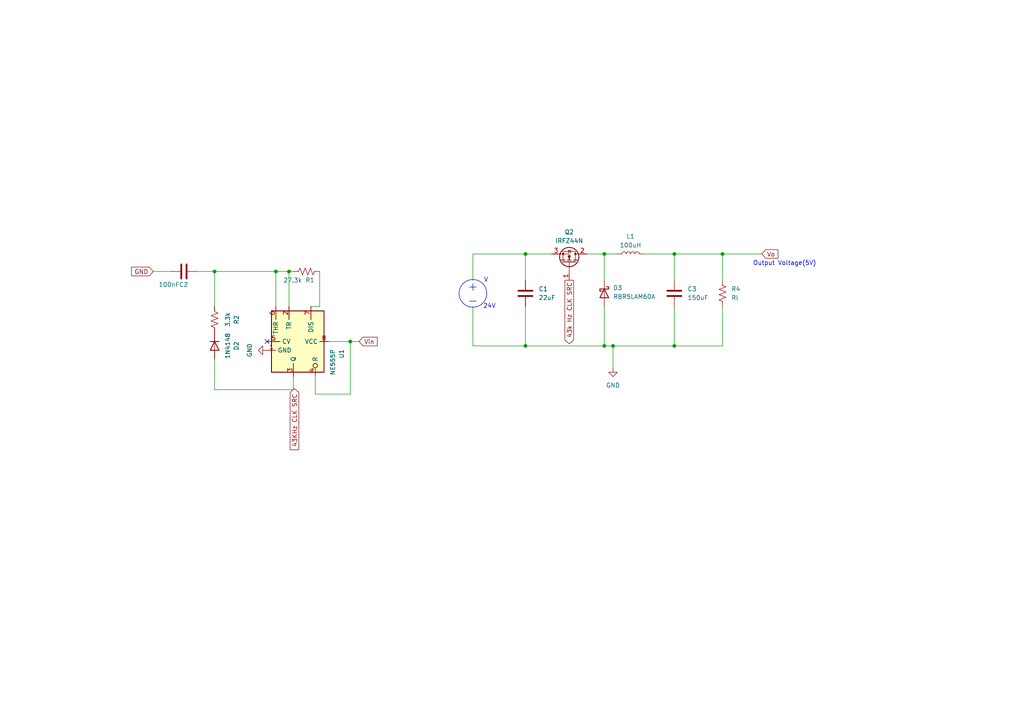
<source format=kicad_sch>
(kicad_sch
	(version 20231120)
	(generator "eeschema")
	(generator_version "8.0")
	(uuid "8eb4c352-3d3a-4c83-8046-a36278f87319")
	(paper "A4")
	(lib_symbols
		(symbol "Device:C"
			(pin_numbers hide)
			(pin_names
				(offset 0.254)
			)
			(exclude_from_sim no)
			(in_bom yes)
			(on_board yes)
			(property "Reference" "C"
				(at 0.635 2.54 0)
				(effects
					(font
						(size 1.27 1.27)
					)
					(justify left)
				)
			)
			(property "Value" "C"
				(at 0.635 -2.54 0)
				(effects
					(font
						(size 1.27 1.27)
					)
					(justify left)
				)
			)
			(property "Footprint" ""
				(at 0.9652 -3.81 0)
				(effects
					(font
						(size 1.27 1.27)
					)
					(hide yes)
				)
			)
			(property "Datasheet" "~"
				(at 0 0 0)
				(effects
					(font
						(size 1.27 1.27)
					)
					(hide yes)
				)
			)
			(property "Description" "Unpolarized capacitor"
				(at 0 0 0)
				(effects
					(font
						(size 1.27 1.27)
					)
					(hide yes)
				)
			)
			(property "ki_keywords" "cap capacitor"
				(at 0 0 0)
				(effects
					(font
						(size 1.27 1.27)
					)
					(hide yes)
				)
			)
			(property "ki_fp_filters" "C_*"
				(at 0 0 0)
				(effects
					(font
						(size 1.27 1.27)
					)
					(hide yes)
				)
			)
			(symbol "C_0_1"
				(polyline
					(pts
						(xy -2.032 -0.762) (xy 2.032 -0.762)
					)
					(stroke
						(width 0.508)
						(type default)
					)
					(fill
						(type none)
					)
				)
				(polyline
					(pts
						(xy -2.032 0.762) (xy 2.032 0.762)
					)
					(stroke
						(width 0.508)
						(type default)
					)
					(fill
						(type none)
					)
				)
			)
			(symbol "C_1_1"
				(pin passive line
					(at 0 3.81 270)
					(length 2.794)
					(name "~"
						(effects
							(font
								(size 1.27 1.27)
							)
						)
					)
					(number "1"
						(effects
							(font
								(size 1.27 1.27)
							)
						)
					)
				)
				(pin passive line
					(at 0 -3.81 90)
					(length 2.794)
					(name "~"
						(effects
							(font
								(size 1.27 1.27)
							)
						)
					)
					(number "2"
						(effects
							(font
								(size 1.27 1.27)
							)
						)
					)
				)
			)
		)
		(symbol "Device:D"
			(pin_numbers hide)
			(pin_names
				(offset 1.016) hide)
			(exclude_from_sim no)
			(in_bom yes)
			(on_board yes)
			(property "Reference" "D"
				(at 0 2.54 0)
				(effects
					(font
						(size 1.27 1.27)
					)
				)
			)
			(property "Value" "D"
				(at 0 -2.54 0)
				(effects
					(font
						(size 1.27 1.27)
					)
				)
			)
			(property "Footprint" ""
				(at 0 0 0)
				(effects
					(font
						(size 1.27 1.27)
					)
					(hide yes)
				)
			)
			(property "Datasheet" "~"
				(at 0 0 0)
				(effects
					(font
						(size 1.27 1.27)
					)
					(hide yes)
				)
			)
			(property "Description" "Diode"
				(at 0 0 0)
				(effects
					(font
						(size 1.27 1.27)
					)
					(hide yes)
				)
			)
			(property "Sim.Device" "D"
				(at 0 0 0)
				(effects
					(font
						(size 1.27 1.27)
					)
					(hide yes)
				)
			)
			(property "Sim.Pins" "1=K 2=A"
				(at 0 0 0)
				(effects
					(font
						(size 1.27 1.27)
					)
					(hide yes)
				)
			)
			(property "ki_keywords" "diode"
				(at 0 0 0)
				(effects
					(font
						(size 1.27 1.27)
					)
					(hide yes)
				)
			)
			(property "ki_fp_filters" "TO-???* *_Diode_* *SingleDiode* D_*"
				(at 0 0 0)
				(effects
					(font
						(size 1.27 1.27)
					)
					(hide yes)
				)
			)
			(symbol "D_0_1"
				(polyline
					(pts
						(xy -1.27 1.27) (xy -1.27 -1.27)
					)
					(stroke
						(width 0.254)
						(type default)
					)
					(fill
						(type none)
					)
				)
				(polyline
					(pts
						(xy 1.27 0) (xy -1.27 0)
					)
					(stroke
						(width 0)
						(type default)
					)
					(fill
						(type none)
					)
				)
				(polyline
					(pts
						(xy 1.27 1.27) (xy 1.27 -1.27) (xy -1.27 0) (xy 1.27 1.27)
					)
					(stroke
						(width 0.254)
						(type default)
					)
					(fill
						(type none)
					)
				)
			)
			(symbol "D_1_1"
				(pin passive line
					(at -3.81 0 0)
					(length 2.54)
					(name "K"
						(effects
							(font
								(size 1.27 1.27)
							)
						)
					)
					(number "1"
						(effects
							(font
								(size 1.27 1.27)
							)
						)
					)
				)
				(pin passive line
					(at 3.81 0 180)
					(length 2.54)
					(name "A"
						(effects
							(font
								(size 1.27 1.27)
							)
						)
					)
					(number "2"
						(effects
							(font
								(size 1.27 1.27)
							)
						)
					)
				)
			)
		)
		(symbol "Device:D_Schottky"
			(pin_numbers hide)
			(pin_names
				(offset 1.016) hide)
			(exclude_from_sim no)
			(in_bom yes)
			(on_board yes)
			(property "Reference" "D"
				(at 0 2.54 0)
				(effects
					(font
						(size 1.27 1.27)
					)
				)
			)
			(property "Value" "D_Schottky"
				(at 0 -2.54 0)
				(effects
					(font
						(size 1.27 1.27)
					)
				)
			)
			(property "Footprint" ""
				(at 0 0 0)
				(effects
					(font
						(size 1.27 1.27)
					)
					(hide yes)
				)
			)
			(property "Datasheet" "~"
				(at 0 0 0)
				(effects
					(font
						(size 1.27 1.27)
					)
					(hide yes)
				)
			)
			(property "Description" "Schottky diode"
				(at 0 0 0)
				(effects
					(font
						(size 1.27 1.27)
					)
					(hide yes)
				)
			)
			(property "ki_keywords" "diode Schottky"
				(at 0 0 0)
				(effects
					(font
						(size 1.27 1.27)
					)
					(hide yes)
				)
			)
			(property "ki_fp_filters" "TO-???* *_Diode_* *SingleDiode* D_*"
				(at 0 0 0)
				(effects
					(font
						(size 1.27 1.27)
					)
					(hide yes)
				)
			)
			(symbol "D_Schottky_0_1"
				(polyline
					(pts
						(xy 1.27 0) (xy -1.27 0)
					)
					(stroke
						(width 0)
						(type default)
					)
					(fill
						(type none)
					)
				)
				(polyline
					(pts
						(xy 1.27 1.27) (xy 1.27 -1.27) (xy -1.27 0) (xy 1.27 1.27)
					)
					(stroke
						(width 0.254)
						(type default)
					)
					(fill
						(type none)
					)
				)
				(polyline
					(pts
						(xy -1.905 0.635) (xy -1.905 1.27) (xy -1.27 1.27) (xy -1.27 -1.27) (xy -0.635 -1.27) (xy -0.635 -0.635)
					)
					(stroke
						(width 0.254)
						(type default)
					)
					(fill
						(type none)
					)
				)
			)
			(symbol "D_Schottky_1_1"
				(pin passive line
					(at -3.81 0 0)
					(length 2.54)
					(name "K"
						(effects
							(font
								(size 1.27 1.27)
							)
						)
					)
					(number "1"
						(effects
							(font
								(size 1.27 1.27)
							)
						)
					)
				)
				(pin passive line
					(at 3.81 0 180)
					(length 2.54)
					(name "A"
						(effects
							(font
								(size 1.27 1.27)
							)
						)
					)
					(number "2"
						(effects
							(font
								(size 1.27 1.27)
							)
						)
					)
				)
			)
		)
		(symbol "Device:L"
			(pin_numbers hide)
			(pin_names
				(offset 1.016) hide)
			(exclude_from_sim no)
			(in_bom yes)
			(on_board yes)
			(property "Reference" "L"
				(at -1.27 0 90)
				(effects
					(font
						(size 1.27 1.27)
					)
				)
			)
			(property "Value" "L"
				(at 1.905 0 90)
				(effects
					(font
						(size 1.27 1.27)
					)
				)
			)
			(property "Footprint" ""
				(at 0 0 0)
				(effects
					(font
						(size 1.27 1.27)
					)
					(hide yes)
				)
			)
			(property "Datasheet" "~"
				(at 0 0 0)
				(effects
					(font
						(size 1.27 1.27)
					)
					(hide yes)
				)
			)
			(property "Description" "Inductor"
				(at 0 0 0)
				(effects
					(font
						(size 1.27 1.27)
					)
					(hide yes)
				)
			)
			(property "ki_keywords" "inductor choke coil reactor magnetic"
				(at 0 0 0)
				(effects
					(font
						(size 1.27 1.27)
					)
					(hide yes)
				)
			)
			(property "ki_fp_filters" "Choke_* *Coil* Inductor_* L_*"
				(at 0 0 0)
				(effects
					(font
						(size 1.27 1.27)
					)
					(hide yes)
				)
			)
			(symbol "L_0_1"
				(arc
					(start 0 -2.54)
					(mid 0.6323 -1.905)
					(end 0 -1.27)
					(stroke
						(width 0)
						(type default)
					)
					(fill
						(type none)
					)
				)
				(arc
					(start 0 -1.27)
					(mid 0.6323 -0.635)
					(end 0 0)
					(stroke
						(width 0)
						(type default)
					)
					(fill
						(type none)
					)
				)
				(arc
					(start 0 0)
					(mid 0.6323 0.635)
					(end 0 1.27)
					(stroke
						(width 0)
						(type default)
					)
					(fill
						(type none)
					)
				)
				(arc
					(start 0 1.27)
					(mid 0.6323 1.905)
					(end 0 2.54)
					(stroke
						(width 0)
						(type default)
					)
					(fill
						(type none)
					)
				)
			)
			(symbol "L_1_1"
				(pin passive line
					(at 0 3.81 270)
					(length 1.27)
					(name "1"
						(effects
							(font
								(size 1.27 1.27)
							)
						)
					)
					(number "1"
						(effects
							(font
								(size 1.27 1.27)
							)
						)
					)
				)
				(pin passive line
					(at 0 -3.81 90)
					(length 1.27)
					(name "2"
						(effects
							(font
								(size 1.27 1.27)
							)
						)
					)
					(number "2"
						(effects
							(font
								(size 1.27 1.27)
							)
						)
					)
				)
			)
		)
		(symbol "Device:R_US"
			(pin_numbers hide)
			(pin_names
				(offset 0)
			)
			(exclude_from_sim no)
			(in_bom yes)
			(on_board yes)
			(property "Reference" "R"
				(at 2.54 0 90)
				(effects
					(font
						(size 1.27 1.27)
					)
				)
			)
			(property "Value" "R_US"
				(at -2.54 0 90)
				(effects
					(font
						(size 1.27 1.27)
					)
				)
			)
			(property "Footprint" ""
				(at 1.016 -0.254 90)
				(effects
					(font
						(size 1.27 1.27)
					)
					(hide yes)
				)
			)
			(property "Datasheet" "~"
				(at 0 0 0)
				(effects
					(font
						(size 1.27 1.27)
					)
					(hide yes)
				)
			)
			(property "Description" "Resistor, US symbol"
				(at 0 0 0)
				(effects
					(font
						(size 1.27 1.27)
					)
					(hide yes)
				)
			)
			(property "ki_keywords" "R res resistor"
				(at 0 0 0)
				(effects
					(font
						(size 1.27 1.27)
					)
					(hide yes)
				)
			)
			(property "ki_fp_filters" "R_*"
				(at 0 0 0)
				(effects
					(font
						(size 1.27 1.27)
					)
					(hide yes)
				)
			)
			(symbol "R_US_0_1"
				(polyline
					(pts
						(xy 0 -2.286) (xy 0 -2.54)
					)
					(stroke
						(width 0)
						(type default)
					)
					(fill
						(type none)
					)
				)
				(polyline
					(pts
						(xy 0 2.286) (xy 0 2.54)
					)
					(stroke
						(width 0)
						(type default)
					)
					(fill
						(type none)
					)
				)
				(polyline
					(pts
						(xy 0 -0.762) (xy 1.016 -1.143) (xy 0 -1.524) (xy -1.016 -1.905) (xy 0 -2.286)
					)
					(stroke
						(width 0)
						(type default)
					)
					(fill
						(type none)
					)
				)
				(polyline
					(pts
						(xy 0 0.762) (xy 1.016 0.381) (xy 0 0) (xy -1.016 -0.381) (xy 0 -0.762)
					)
					(stroke
						(width 0)
						(type default)
					)
					(fill
						(type none)
					)
				)
				(polyline
					(pts
						(xy 0 2.286) (xy 1.016 1.905) (xy 0 1.524) (xy -1.016 1.143) (xy 0 0.762)
					)
					(stroke
						(width 0)
						(type default)
					)
					(fill
						(type none)
					)
				)
			)
			(symbol "R_US_1_1"
				(pin passive line
					(at 0 3.81 270)
					(length 1.27)
					(name "~"
						(effects
							(font
								(size 1.27 1.27)
							)
						)
					)
					(number "1"
						(effects
							(font
								(size 1.27 1.27)
							)
						)
					)
				)
				(pin passive line
					(at 0 -3.81 90)
					(length 1.27)
					(name "~"
						(effects
							(font
								(size 1.27 1.27)
							)
						)
					)
					(number "2"
						(effects
							(font
								(size 1.27 1.27)
							)
						)
					)
				)
			)
		)
		(symbol "Timer:NE555P"
			(exclude_from_sim no)
			(in_bom yes)
			(on_board yes)
			(property "Reference" "U1"
				(at 2.1941 12.7 0)
				(effects
					(font
						(size 1.27 1.27)
					)
					(justify left)
				)
			)
			(property "Value" "NE555P"
				(at 2.1941 10.16 0)
				(effects
					(font
						(size 1.27 1.27)
					)
					(justify left)
				)
			)
			(property "Footprint" "Package_DIP:DIP-8_W7.62mm"
				(at 16.51 -10.16 0)
				(effects
					(font
						(size 1.27 1.27)
					)
					(hide yes)
				)
			)
			(property "Datasheet" "http://www.ti.com/lit/ds/symlink/ne555.pdf"
				(at 21.59 -10.16 0)
				(effects
					(font
						(size 1.27 1.27)
					)
					(hide yes)
				)
			)
			(property "Description" "Precision Timers, 555 compatible,  PDIP-8"
				(at 0.254 -16.002 0)
				(effects
					(font
						(size 1.27 1.27)
					)
					(hide yes)
				)
			)
			(property "ki_keywords" "single timer 555"
				(at 0 0 0)
				(effects
					(font
						(size 1.27 1.27)
					)
					(hide yes)
				)
			)
			(property "ki_fp_filters" "DIP*W7.62mm*"
				(at 0 0 0)
				(effects
					(font
						(size 1.27 1.27)
					)
					(hide yes)
				)
			)
			(symbol "NE555P_0_0"
				(pin power_in line
					(at 2.54 -8.89 90)
					(length 2.54)
					(name "GND"
						(effects
							(font
								(size 1.27 1.27)
							)
						)
					)
					(number "1"
						(effects
							(font
								(size 1.27 1.27)
							)
						)
					)
				)
				(pin power_in line
					(at 0 8.89 270)
					(length 2.54)
					(name "VCC"
						(effects
							(font
								(size 1.27 1.27)
							)
						)
					)
					(number "8"
						(effects
							(font
								(size 1.27 1.27)
							)
						)
					)
				)
			)
			(symbol "NE555P_0_1"
				(rectangle
					(start -8.89 -7.62)
					(end 8.89 7.62)
					(stroke
						(width 0.254)
						(type default)
					)
					(fill
						(type background)
					)
				)
				(rectangle
					(start -8.89 -7.62)
					(end 8.89 7.62)
					(stroke
						(width 0.254)
						(type default)
					)
					(fill
						(type background)
					)
				)
			)
			(symbol "NE555P_1_1"
				(pin input line
					(at -10.16 -2.54 0)
					(length 3.81)
					(name "TR"
						(effects
							(font
								(size 1.27 1.27)
							)
						)
					)
					(number "2"
						(effects
							(font
								(size 1.27 1.27)
							)
						)
					)
				)
				(pin output line
					(at 10.16 -1.27 180)
					(length 3.81)
					(name "Q"
						(effects
							(font
								(size 1.27 1.27)
							)
						)
					)
					(number "3"
						(effects
							(font
								(size 1.27 1.27)
							)
						)
					)
				)
				(pin input inverted
					(at 10.16 5.08 180)
					(length 3.81)
					(name "R"
						(effects
							(font
								(size 1.27 1.27)
							)
						)
					)
					(number "4"
						(effects
							(font
								(size 1.27 1.27)
							)
						)
					)
				)
				(pin input line
					(at 0 -8.89 90)
					(length 3.81)
					(name "CV"
						(effects
							(font
								(size 1.27 1.27)
							)
						)
					)
					(number "5"
						(effects
							(font
								(size 1.27 1.27)
							)
						)
					)
				)
				(pin input line
					(at -10.16 -6.35 0)
					(length 3.81)
					(name "THR"
						(effects
							(font
								(size 1.27 1.27)
							)
						)
					)
					(number "6"
						(effects
							(font
								(size 1.27 1.27)
							)
						)
					)
				)
				(pin input line
					(at -10.16 3.81 0)
					(length 3.81)
					(name "DIS"
						(effects
							(font
								(size 1.27 1.27)
							)
						)
					)
					(number "7"
						(effects
							(font
								(size 1.27 1.27)
							)
						)
					)
				)
			)
		)
		(symbol "Transistor_FET:IRF540N"
			(pin_names hide)
			(exclude_from_sim no)
			(in_bom yes)
			(on_board yes)
			(property "Reference" "Q"
				(at 5.08 1.905 0)
				(effects
					(font
						(size 1.27 1.27)
					)
					(justify left)
				)
			)
			(property "Value" "IRF540N"
				(at 5.08 0 0)
				(effects
					(font
						(size 1.27 1.27)
					)
					(justify left)
				)
			)
			(property "Footprint" "Package_TO_SOT_THT:TO-220-3_Vertical"
				(at 5.08 -1.905 0)
				(effects
					(font
						(size 1.27 1.27)
						(italic yes)
					)
					(justify left)
					(hide yes)
				)
			)
			(property "Datasheet" "http://www.irf.com/product-info/datasheets/data/irf540n.pdf"
				(at 5.08 -3.81 0)
				(effects
					(font
						(size 1.27 1.27)
					)
					(justify left)
					(hide yes)
				)
			)
			(property "Description" "33A Id, 100V Vds, HEXFET N-Channel MOSFET, TO-220"
				(at 0 0 0)
				(effects
					(font
						(size 1.27 1.27)
					)
					(hide yes)
				)
			)
			(property "ki_keywords" "HEXFET N-Channel MOSFET"
				(at 0 0 0)
				(effects
					(font
						(size 1.27 1.27)
					)
					(hide yes)
				)
			)
			(property "ki_fp_filters" "TO?220*"
				(at 0 0 0)
				(effects
					(font
						(size 1.27 1.27)
					)
					(hide yes)
				)
			)
			(symbol "IRF540N_0_1"
				(polyline
					(pts
						(xy 0.254 0) (xy -2.54 0)
					)
					(stroke
						(width 0)
						(type default)
					)
					(fill
						(type none)
					)
				)
				(polyline
					(pts
						(xy 0.254 1.905) (xy 0.254 -1.905)
					)
					(stroke
						(width 0.254)
						(type default)
					)
					(fill
						(type none)
					)
				)
				(polyline
					(pts
						(xy 0.762 -1.27) (xy 0.762 -2.286)
					)
					(stroke
						(width 0.254)
						(type default)
					)
					(fill
						(type none)
					)
				)
				(polyline
					(pts
						(xy 0.762 0.508) (xy 0.762 -0.508)
					)
					(stroke
						(width 0.254)
						(type default)
					)
					(fill
						(type none)
					)
				)
				(polyline
					(pts
						(xy 0.762 2.286) (xy 0.762 1.27)
					)
					(stroke
						(width 0.254)
						(type default)
					)
					(fill
						(type none)
					)
				)
				(polyline
					(pts
						(xy 2.54 2.54) (xy 2.54 1.778)
					)
					(stroke
						(width 0)
						(type default)
					)
					(fill
						(type none)
					)
				)
				(polyline
					(pts
						(xy 2.54 -2.54) (xy 2.54 0) (xy 0.762 0)
					)
					(stroke
						(width 0)
						(type default)
					)
					(fill
						(type none)
					)
				)
				(polyline
					(pts
						(xy 0.762 -1.778) (xy 3.302 -1.778) (xy 3.302 1.778) (xy 0.762 1.778)
					)
					(stroke
						(width 0)
						(type default)
					)
					(fill
						(type none)
					)
				)
				(polyline
					(pts
						(xy 1.016 0) (xy 2.032 0.381) (xy 2.032 -0.381) (xy 1.016 0)
					)
					(stroke
						(width 0)
						(type default)
					)
					(fill
						(type outline)
					)
				)
				(polyline
					(pts
						(xy 2.794 0.508) (xy 2.921 0.381) (xy 3.683 0.381) (xy 3.81 0.254)
					)
					(stroke
						(width 0)
						(type default)
					)
					(fill
						(type none)
					)
				)
				(polyline
					(pts
						(xy 3.302 0.381) (xy 2.921 -0.254) (xy 3.683 -0.254) (xy 3.302 0.381)
					)
					(stroke
						(width 0)
						(type default)
					)
					(fill
						(type none)
					)
				)
				(circle
					(center 1.651 0)
					(radius 2.794)
					(stroke
						(width 0.254)
						(type default)
					)
					(fill
						(type none)
					)
				)
				(circle
					(center 2.54 -1.778)
					(radius 0.254)
					(stroke
						(width 0)
						(type default)
					)
					(fill
						(type outline)
					)
				)
				(circle
					(center 2.54 1.778)
					(radius 0.254)
					(stroke
						(width 0)
						(type default)
					)
					(fill
						(type outline)
					)
				)
			)
			(symbol "IRF540N_1_1"
				(pin input line
					(at -5.08 0 0)
					(length 2.54)
					(name "G"
						(effects
							(font
								(size 1.27 1.27)
							)
						)
					)
					(number "1"
						(effects
							(font
								(size 1.27 1.27)
							)
						)
					)
				)
				(pin passive line
					(at 2.54 5.08 270)
					(length 2.54)
					(name "D"
						(effects
							(font
								(size 1.27 1.27)
							)
						)
					)
					(number "2"
						(effects
							(font
								(size 1.27 1.27)
							)
						)
					)
				)
				(pin passive line
					(at 2.54 -5.08 90)
					(length 2.54)
					(name "S"
						(effects
							(font
								(size 1.27 1.27)
							)
						)
					)
					(number "3"
						(effects
							(font
								(size 1.27 1.27)
							)
						)
					)
				)
			)
		)
		(symbol "power:GND"
			(power)
			(pin_numbers hide)
			(pin_names
				(offset 0) hide)
			(exclude_from_sim no)
			(in_bom yes)
			(on_board yes)
			(property "Reference" "#PWR"
				(at 0 -6.35 0)
				(effects
					(font
						(size 1.27 1.27)
					)
					(hide yes)
				)
			)
			(property "Value" "GND"
				(at 0 -3.81 0)
				(effects
					(font
						(size 1.27 1.27)
					)
				)
			)
			(property "Footprint" ""
				(at 0 0 0)
				(effects
					(font
						(size 1.27 1.27)
					)
					(hide yes)
				)
			)
			(property "Datasheet" ""
				(at 0 0 0)
				(effects
					(font
						(size 1.27 1.27)
					)
					(hide yes)
				)
			)
			(property "Description" "Power symbol creates a global label with name \"GND\" , ground"
				(at 0 0 0)
				(effects
					(font
						(size 1.27 1.27)
					)
					(hide yes)
				)
			)
			(property "ki_keywords" "global power"
				(at 0 0 0)
				(effects
					(font
						(size 1.27 1.27)
					)
					(hide yes)
				)
			)
			(symbol "GND_0_1"
				(polyline
					(pts
						(xy 0 0) (xy 0 -1.27) (xy 1.27 -1.27) (xy 0 -2.54) (xy -1.27 -1.27) (xy 0 -1.27)
					)
					(stroke
						(width 0)
						(type default)
					)
					(fill
						(type none)
					)
				)
			)
			(symbol "GND_1_1"
				(pin power_in line
					(at 0 0 270)
					(length 0)
					(name "~"
						(effects
							(font
								(size 1.27 1.27)
							)
						)
					)
					(number "1"
						(effects
							(font
								(size 1.27 1.27)
							)
						)
					)
				)
			)
		)
	)
	(junction
		(at 80.01 78.74)
		(diameter 0)
		(color 0 0 0 0)
		(uuid "069de232-7776-4e7e-b3a1-3310b0e1a4a4")
	)
	(junction
		(at 195.58 100.33)
		(diameter 0)
		(color 0 0 0 0)
		(uuid "126bf960-b976-4739-a61d-e4d0f9faf3fb")
	)
	(junction
		(at 152.4 73.66)
		(diameter 0)
		(color 0 0 0 0)
		(uuid "3594f005-9bff-4493-bfdf-e450f5d13d01")
	)
	(junction
		(at 62.23 78.74)
		(diameter 0)
		(color 0 0 0 0)
		(uuid "38deb270-600f-40a6-b54e-00701cf37a6e")
	)
	(junction
		(at 101.6 99.06)
		(diameter 0)
		(color 0 0 0 0)
		(uuid "442d04ea-35ae-4066-b82d-5175db1aba97")
	)
	(junction
		(at 195.58 73.66)
		(diameter 0)
		(color 0 0 0 0)
		(uuid "5b9d07c5-2204-4e55-a854-47bfe5ecec8f")
	)
	(junction
		(at 83.82 78.74)
		(diameter 0)
		(color 0 0 0 0)
		(uuid "66258af4-cb30-4003-a7dc-73b6bdc8cb0a")
	)
	(junction
		(at 177.8 100.33)
		(diameter 0)
		(color 0 0 0 0)
		(uuid "825a1028-ed0a-49f4-b8bc-ceeab7b8b0c9")
	)
	(junction
		(at 175.26 100.33)
		(diameter 0)
		(color 0 0 0 0)
		(uuid "8904b233-613f-42d3-ac8f-32f1b1b3be92")
	)
	(junction
		(at 152.4 100.33)
		(diameter 0)
		(color 0 0 0 0)
		(uuid "94bc14c0-481f-4370-883a-ef3525d0e509")
	)
	(junction
		(at 209.55 73.66)
		(diameter 0)
		(color 0 0 0 0)
		(uuid "a91f340a-d393-4ff7-b65b-36bc477acc7c")
	)
	(junction
		(at 175.26 73.66)
		(diameter 0)
		(color 0 0 0 0)
		(uuid "ce5c7721-df87-41b7-a750-bca8bc3a8938")
	)
	(no_connect
		(at 77.47 99.06)
		(uuid "3dcc9c56-1531-4268-81b7-c316d5594962")
	)
	(wire
		(pts
			(xy 175.26 73.66) (xy 179.07 73.66)
		)
		(stroke
			(width 0)
			(type default)
		)
		(uuid "04946d4c-2648-42e5-863a-4c8924a8396c")
	)
	(wire
		(pts
			(xy 195.58 73.66) (xy 186.69 73.66)
		)
		(stroke
			(width 0)
			(type default)
		)
		(uuid "0871da09-c402-467e-b61a-5118b40c8196")
	)
	(wire
		(pts
			(xy 209.55 81.28) (xy 209.55 73.66)
		)
		(stroke
			(width 0)
			(type default)
		)
		(uuid "19be5f87-cac1-46ec-91dc-10a52c5860ba")
	)
	(wire
		(pts
			(xy 175.26 100.33) (xy 177.8 100.33)
		)
		(stroke
			(width 0)
			(type default)
		)
		(uuid "1b06cbe7-4f20-4e08-9e51-db3dc4763f63")
	)
	(wire
		(pts
			(xy 91.44 114.3) (xy 91.44 109.22)
		)
		(stroke
			(width 0)
			(type default)
		)
		(uuid "1b95cd6e-8a52-45cd-bd90-e286d9c66390")
	)
	(wire
		(pts
			(xy 152.4 73.66) (xy 160.02 73.66)
		)
		(stroke
			(width 0)
			(type default)
		)
		(uuid "1d035214-44a6-47a2-adf4-41ba423cb309")
	)
	(wire
		(pts
			(xy 195.58 73.66) (xy 195.58 81.28)
		)
		(stroke
			(width 0)
			(type default)
		)
		(uuid "20048eca-efdf-4dfd-ae14-9450c5bd1c01")
	)
	(wire
		(pts
			(xy 175.26 88.9) (xy 175.26 100.33)
		)
		(stroke
			(width 0)
			(type default)
		)
		(uuid "222fe75b-07a9-4901-a4b7-2e8e7f54a33e")
	)
	(wire
		(pts
			(xy 92.71 78.74) (xy 92.71 88.9)
		)
		(stroke
			(width 0)
			(type default)
		)
		(uuid "2379746b-963e-406b-8e26-0b6142221c95")
	)
	(wire
		(pts
			(xy 177.8 100.33) (xy 195.58 100.33)
		)
		(stroke
			(width 0)
			(type default)
		)
		(uuid "261020e2-b876-449a-b449-8e40434ddd74")
	)
	(wire
		(pts
			(xy 137.16 100.33) (xy 152.4 100.33)
		)
		(stroke
			(width 0)
			(type default)
		)
		(uuid "2b64cb59-0812-4f6a-8eea-7c586f5978b3")
	)
	(wire
		(pts
			(xy 152.4 100.33) (xy 175.26 100.33)
		)
		(stroke
			(width 0)
			(type default)
		)
		(uuid "3ca5d679-ce08-47bd-87c2-14c5d4ce59a4")
	)
	(wire
		(pts
			(xy 104.14 99.06) (xy 101.6 99.06)
		)
		(stroke
			(width 0)
			(type default)
		)
		(uuid "54315e4a-18c6-42eb-8bd3-9259fabecf17")
	)
	(wire
		(pts
			(xy 209.55 73.66) (xy 220.98 73.66)
		)
		(stroke
			(width 0)
			(type default)
		)
		(uuid "5500db89-e09c-467e-a6f7-4a0032b8db42")
	)
	(wire
		(pts
			(xy 209.55 100.33) (xy 209.55 88.9)
		)
		(stroke
			(width 0)
			(type default)
		)
		(uuid "569dd7a0-b5d9-47d0-b22b-aa1e713f833d")
	)
	(wire
		(pts
			(xy 209.55 73.66) (xy 195.58 73.66)
		)
		(stroke
			(width 0)
			(type default)
		)
		(uuid "5716b607-d912-48dc-9407-41c541064b97")
	)
	(wire
		(pts
			(xy 101.6 99.06) (xy 101.6 114.3)
		)
		(stroke
			(width 0)
			(type default)
		)
		(uuid "5b993778-15f6-4489-948a-0ef6e1f26237")
	)
	(wire
		(pts
			(xy 85.09 109.22) (xy 85.09 113.03)
		)
		(stroke
			(width 0)
			(type default)
		)
		(uuid "6531afb9-5a78-4516-ac0b-dc3c617e6251")
	)
	(wire
		(pts
			(xy 152.4 73.66) (xy 152.4 81.28)
		)
		(stroke
			(width 0)
			(type default)
		)
		(uuid "6f65e706-0d0e-4ee1-810d-63697e4af059")
	)
	(wire
		(pts
			(xy 137.16 73.66) (xy 137.16 81.28)
		)
		(stroke
			(width 0)
			(type default)
		)
		(uuid "72f204bd-c0bc-45be-ac57-298638d2c4cb")
	)
	(wire
		(pts
			(xy 85.09 78.74) (xy 83.82 78.74)
		)
		(stroke
			(width 0)
			(type default)
		)
		(uuid "77f2f1a2-ac17-4551-bb90-d4750feeef8a")
	)
	(wire
		(pts
			(xy 80.01 78.74) (xy 80.01 88.9)
		)
		(stroke
			(width 0)
			(type default)
		)
		(uuid "80e7bb1c-3eaf-4e28-ad14-42ad01344a49")
	)
	(wire
		(pts
			(xy 195.58 100.33) (xy 209.55 100.33)
		)
		(stroke
			(width 0)
			(type default)
		)
		(uuid "8188e0b6-c6a8-47fb-9f1a-96680f7cbaa8")
	)
	(wire
		(pts
			(xy 83.82 78.74) (xy 83.82 88.9)
		)
		(stroke
			(width 0)
			(type default)
		)
		(uuid "84ae369e-0bc2-471d-8ec1-370a130d5adb")
	)
	(wire
		(pts
			(xy 62.23 78.74) (xy 80.01 78.74)
		)
		(stroke
			(width 0)
			(type default)
		)
		(uuid "99b869ae-3d9b-44f4-9617-54efc4adf38e")
	)
	(wire
		(pts
			(xy 101.6 114.3) (xy 91.44 114.3)
		)
		(stroke
			(width 0)
			(type default)
		)
		(uuid "a296800e-7617-4dcb-97eb-2a66c0d76be8")
	)
	(wire
		(pts
			(xy 62.23 78.74) (xy 57.15 78.74)
		)
		(stroke
			(width 0)
			(type default)
		)
		(uuid "a7551b11-e5ea-4bff-b6f0-9a9060734431")
	)
	(wire
		(pts
			(xy 137.16 88.9) (xy 137.16 100.33)
		)
		(stroke
			(width 0)
			(type default)
		)
		(uuid "aca5be56-6cc1-49c9-9a9b-23b563dedd2d")
	)
	(wire
		(pts
			(xy 92.71 88.9) (xy 90.17 88.9)
		)
		(stroke
			(width 0)
			(type default)
		)
		(uuid "b2aa655b-5e35-4a9a-8aa8-0465679f8337")
	)
	(wire
		(pts
			(xy 85.09 113.03) (xy 62.23 113.03)
		)
		(stroke
			(width 0)
			(type default)
		)
		(uuid "cc77ae3e-0ce8-4c7c-9483-1d2c2dab1310")
	)
	(wire
		(pts
			(xy 83.82 78.74) (xy 80.01 78.74)
		)
		(stroke
			(width 0)
			(type default)
		)
		(uuid "ccafb9e2-a042-44b6-88a3-b230c23d2a64")
	)
	(wire
		(pts
			(xy 152.4 88.9) (xy 152.4 100.33)
		)
		(stroke
			(width 0)
			(type default)
		)
		(uuid "d71e4eaa-165b-461b-b715-930574b0d325")
	)
	(wire
		(pts
			(xy 49.53 78.74) (xy 44.45 78.74)
		)
		(stroke
			(width 0)
			(type default)
		)
		(uuid "d8633d76-129c-4781-a897-66c86d6ba086")
	)
	(wire
		(pts
			(xy 177.8 100.33) (xy 177.8 106.68)
		)
		(stroke
			(width 0)
			(type default)
		)
		(uuid "da1a340c-750d-474f-87f8-afb611d3e694")
	)
	(wire
		(pts
			(xy 170.18 73.66) (xy 175.26 73.66)
		)
		(stroke
			(width 0)
			(type default)
		)
		(uuid "dc40f836-4e24-4255-b047-c7fef0794383")
	)
	(wire
		(pts
			(xy 101.6 99.06) (xy 95.25 99.06)
		)
		(stroke
			(width 0)
			(type default)
		)
		(uuid "e5cee577-d4b2-4f8e-a2f7-3801265d5678")
	)
	(wire
		(pts
			(xy 195.58 88.9) (xy 195.58 100.33)
		)
		(stroke
			(width 0)
			(type default)
		)
		(uuid "eba965c3-f185-41fd-959d-e738f64570c5")
	)
	(wire
		(pts
			(xy 175.26 73.66) (xy 175.26 81.28)
		)
		(stroke
			(width 0)
			(type default)
		)
		(uuid "f46fedda-884d-4bb2-9261-fc1187c24b75")
	)
	(wire
		(pts
			(xy 62.23 113.03) (xy 62.23 104.14)
		)
		(stroke
			(width 0)
			(type default)
		)
		(uuid "fc1ded10-67ce-4123-9ece-85d22d6cde21")
	)
	(wire
		(pts
			(xy 137.16 73.66) (xy 152.4 73.66)
		)
		(stroke
			(width 0)
			(type default)
		)
		(uuid "fc8c171a-bb43-4a64-bdbc-8d9aee9b1bfb")
	)
	(wire
		(pts
			(xy 62.23 88.9) (xy 62.23 78.74)
		)
		(stroke
			(width 0)
			(type default)
		)
		(uuid "fd02cc46-f7e9-4afd-9508-ddba70f672cd")
	)
	(circle
		(center 137.16 85.09)
		(radius 4.0161)
		(stroke
			(width 0)
			(type default)
		)
		(fill
			(type none)
		)
		(uuid fbc166de-c3b7-4e05-a1eb-659ad7397b27)
	)
	(text "V"
		(exclude_from_sim no)
		(at 140.97 81.28 0)
		(effects
			(font
				(size 1.27 1.27)
			)
		)
		(uuid "22ba8f66-2d51-4aa7-9234-138443885427")
	)
	(text "24V"
		(exclude_from_sim no)
		(at 141.986 88.9 0)
		(effects
			(font
				(size 1.27 1.27)
			)
		)
		(uuid "8ee1940a-c601-458d-8187-c20f0d2aadff")
	)
	(text "Output Voltage(5V)"
		(exclude_from_sim no)
		(at 227.584 76.454 0)
		(effects
			(font
				(size 1.27 1.27)
			)
		)
		(uuid "cf217e76-10de-4cad-b35c-fc185156b6f0")
	)
	(text "+\n-"
		(exclude_from_sim no)
		(at 137.16 85.344 0)
		(effects
			(font
				(size 2.54 2.54)
			)
		)
		(uuid "de782f47-9bd3-462f-bb26-fd67a9fab3d7")
	)
	(global_label "Vin"
		(shape input)
		(at 104.14 99.06 0)
		(fields_autoplaced yes)
		(effects
			(font
				(size 1.27 1.27)
			)
			(justify left)
		)
		(uuid "6e536165-fbc8-4471-a690-93366ffa5191")
		(property "Intersheetrefs" "${INTERSHEET_REFS}"
			(at 109.9676 99.06 0)
			(effects
				(font
					(size 1.27 1.27)
				)
				(justify left)
				(hide yes)
			)
		)
	)
	(global_label "43KHz CLK SRC"
		(shape input)
		(at 85.4075 112.7125 270)
		(fields_autoplaced yes)
		(effects
			(font
				(size 1.27 1.27)
			)
			(justify right)
		)
		(uuid "7287ffc7-6465-486d-8357-ec67285d6c16")
		(property "Intersheetrefs" "${INTERSHEET_REFS}"
			(at 85.4075 130.9981 90)
			(effects
				(font
					(size 1.27 1.27)
				)
				(justify right)
				(hide yes)
			)
		)
	)
	(global_label "GND"
		(shape input)
		(at 44.45 78.74 180)
		(fields_autoplaced yes)
		(effects
			(font
				(size 1.27 1.27)
			)
			(justify right)
		)
		(uuid "8287aac2-11d6-4d7c-bbb0-d7ff575374d3")
		(property "Intersheetrefs" "${INTERSHEET_REFS}"
			(at 37.5943 78.74 0)
			(effects
				(font
					(size 1.27 1.27)
				)
				(justify right)
				(hide yes)
			)
		)
	)
	(global_label "43k Hz CLK SRC"
		(shape output)
		(at 165.1 81.28 270)
		(fields_autoplaced yes)
		(effects
			(font
				(size 1.27 1.27)
			)
			(justify right)
		)
		(uuid "8edb50ae-6823-425f-a8f7-e40b2e0a664b")
		(property "Intersheetrefs" "${INTERSHEET_REFS}"
			(at 165.1 100.2913 90)
			(effects
				(font
					(size 1.27 1.27)
				)
				(justify right)
				(hide yes)
			)
		)
	)
	(global_label "Vo"
		(shape input)
		(at 220.98 73.66 0)
		(fields_autoplaced yes)
		(effects
			(font
				(size 1.27 1.27)
			)
			(justify left)
		)
		(uuid "a5bb7a92-2295-4131-946e-073ad80ac5a5")
		(property "Intersheetrefs" "${INTERSHEET_REFS}"
			(at 226.2028 73.66 0)
			(effects
				(font
					(size 1.27 1.27)
				)
				(justify left)
				(hide yes)
			)
		)
	)
	(symbol
		(lib_id "Device:R_US")
		(at 62.23 92.71 180)
		(unit 1)
		(exclude_from_sim no)
		(in_bom yes)
		(on_board yes)
		(dnp no)
		(fields_autoplaced yes)
		(uuid "11933b62-9b98-4814-acff-bf89a9dfbb74")
		(property "Reference" "R2"
			(at 68.58 92.71 90)
			(effects
				(font
					(size 1.27 1.27)
				)
			)
		)
		(property "Value" "3.3k"
			(at 66.04 92.71 90)
			(effects
				(font
					(size 1.27 1.27)
				)
			)
		)
		(property "Footprint" "Resistor_SMD:R_1206_3216Metric_Pad1.30x1.75mm_HandSolder"
			(at 61.214 92.456 90)
			(effects
				(font
					(size 1.27 1.27)
				)
				(hide yes)
			)
		)
		(property "Datasheet" "~"
			(at 62.23 92.71 0)
			(effects
				(font
					(size 1.27 1.27)
				)
				(hide yes)
			)
		)
		(property "Description" "Resistor, US symbol"
			(at 62.23 92.71 0)
			(effects
				(font
					(size 1.27 1.27)
				)
				(hide yes)
			)
		)
		(property "Sim.Type" ""
			(at 62.23 92.71 0)
			(effects
				(font
					(size 1.27 1.27)
				)
				(hide yes)
			)
		)
		(pin "2"
			(uuid "d3a3ad64-4544-4242-b705-c621a153b682")
		)
		(pin "1"
			(uuid "d0cf84b3-913c-42d9-8df4-ea2806c9d2d3")
		)
		(instances
			(project ""
				(path "/8eb4c352-3d3a-4c83-8046-a36278f87319"
					(reference "R2")
					(unit 1)
				)
			)
		)
	)
	(symbol
		(lib_id "Device:D")
		(at 62.23 100.33 270)
		(unit 1)
		(exclude_from_sim no)
		(in_bom yes)
		(on_board yes)
		(dnp no)
		(fields_autoplaced yes)
		(uuid "177b475d-282c-4c01-ac89-ed4ea4c74981")
		(property "Reference" "D2"
			(at 68.58 100.33 0)
			(effects
				(font
					(size 1.27 1.27)
				)
			)
		)
		(property "Value" "1N4148"
			(at 66.04 100.33 0)
			(effects
				(font
					(size 1.27 1.27)
				)
			)
		)
		(property "Footprint" "Diode_SMD:D_1206_3216Metric_Pad1.42x1.75mm_HandSolder"
			(at 62.23 100.33 0)
			(effects
				(font
					(size 1.27 1.27)
				)
				(hide yes)
			)
		)
		(property "Datasheet" "~"
			(at 62.23 100.33 0)
			(effects
				(font
					(size 1.27 1.27)
				)
				(hide yes)
			)
		)
		(property "Description" "Diode"
			(at 62.23 100.33 0)
			(effects
				(font
					(size 1.27 1.27)
				)
				(hide yes)
			)
		)
		(property "Sim.Device" "D"
			(at 62.23 100.33 0)
			(effects
				(font
					(size 1.27 1.27)
				)
				(hide yes)
			)
		)
		(property "Sim.Pins" "1=K 2=A"
			(at 62.23 100.33 0)
			(effects
				(font
					(size 1.27 1.27)
				)
				(hide yes)
			)
		)
		(property "Sim.Type" ""
			(at 62.23 100.33 0)
			(effects
				(font
					(size 1.27 1.27)
				)
				(hide yes)
			)
		)
		(pin "1"
			(uuid "78c88995-2ff4-4b4f-ae57-701e6c4094a4")
		)
		(pin "2"
			(uuid "1627f9b2-7f22-4a2c-87f5-1a29341339e3")
		)
		(instances
			(project "en_core"
				(path "/8eb4c352-3d3a-4c83-8046-a36278f87319"
					(reference "D2")
					(unit 1)
				)
			)
		)
	)
	(symbol
		(lib_id "Device:C")
		(at 53.34 78.74 270)
		(unit 1)
		(exclude_from_sim no)
		(in_bom yes)
		(on_board yes)
		(dnp no)
		(uuid "20c3a4c6-bb92-4a21-bbcc-e057340de557")
		(property "Reference" "C2"
			(at 54.6101 82.55 90)
			(effects
				(font
					(size 1.27 1.27)
				)
				(justify right)
			)
		)
		(property "Value" "100nF"
			(at 52.0701 82.55 90)
			(effects
				(font
					(size 1.27 1.27)
				)
				(justify right)
			)
		)
		(property "Footprint" "Capacitor_SMD:C_1210_3225Metric_Pad1.33x2.70mm_HandSolder"
			(at 49.53 79.7052 0)
			(effects
				(font
					(size 1.27 1.27)
				)
				(hide yes)
			)
		)
		(property "Datasheet" "~"
			(at 53.34 78.74 0)
			(effects
				(font
					(size 1.27 1.27)
				)
				(hide yes)
			)
		)
		(property "Description" "Unpolarized capacitor"
			(at 53.34 78.74 0)
			(effects
				(font
					(size 1.27 1.27)
				)
				(hide yes)
			)
		)
		(property "Sim.Type" ""
			(at 53.34 78.74 0)
			(effects
				(font
					(size 1.27 1.27)
				)
				(hide yes)
			)
		)
		(pin "2"
			(uuid "2ff3561a-68a4-4d15-97ef-a91438a78120")
		)
		(pin "1"
			(uuid "8d97c2d4-8e99-4a9d-80b9-3c0a91217895")
		)
		(instances
			(project "en_core"
				(path "/8eb4c352-3d3a-4c83-8046-a36278f87319"
					(reference "C2")
					(unit 1)
				)
			)
		)
	)
	(symbol
		(lib_id "Device:R_US")
		(at 209.55 85.09 0)
		(unit 1)
		(exclude_from_sim no)
		(in_bom yes)
		(on_board yes)
		(dnp no)
		(fields_autoplaced yes)
		(uuid "219fd400-7872-4325-b154-43a9de2a091c")
		(property "Reference" "R4"
			(at 212.09 83.8199 0)
			(effects
				(font
					(size 1.27 1.27)
				)
				(justify left)
			)
		)
		(property "Value" "Rl"
			(at 212.09 86.3599 0)
			(effects
				(font
					(size 1.27 1.27)
				)
				(justify left)
			)
		)
		(property "Footprint" "Resistor_SMD:R_1206_3216Metric_Pad1.30x1.75mm_HandSolder"
			(at 210.566 85.344 90)
			(effects
				(font
					(size 1.27 1.27)
				)
				(hide yes)
			)
		)
		(property "Datasheet" "~"
			(at 209.55 85.09 0)
			(effects
				(font
					(size 1.27 1.27)
				)
				(hide yes)
			)
		)
		(property "Description" "Resistor, US symbol"
			(at 209.55 85.09 0)
			(effects
				(font
					(size 1.27 1.27)
				)
				(hide yes)
			)
		)
		(property "Sim.Type" ""
			(at 209.55 85.09 0)
			(effects
				(font
					(size 1.27 1.27)
				)
				(hide yes)
			)
		)
		(pin "1"
			(uuid "a2a7329b-6f1d-4759-b910-ae6daf789fec")
		)
		(pin "2"
			(uuid "b429e847-81cc-4375-a4ed-3febc432aa20")
		)
		(instances
			(project "en_core"
				(path "/8eb4c352-3d3a-4c83-8046-a36278f87319"
					(reference "R4")
					(unit 1)
				)
			)
		)
	)
	(symbol
		(lib_id "power:GND")
		(at 177.8 106.68 0)
		(unit 1)
		(exclude_from_sim no)
		(in_bom yes)
		(on_board yes)
		(dnp no)
		(fields_autoplaced yes)
		(uuid "2cb08f67-5489-42d4-9f9a-972535288f58")
		(property "Reference" "#PWR01"
			(at 177.8 113.03 0)
			(effects
				(font
					(size 1.27 1.27)
				)
				(hide yes)
			)
		)
		(property "Value" "GND"
			(at 177.8 111.76 0)
			(effects
				(font
					(size 1.27 1.27)
				)
			)
		)
		(property "Footprint" ""
			(at 177.8 106.68 0)
			(effects
				(font
					(size 1.27 1.27)
				)
				(hide yes)
			)
		)
		(property "Datasheet" ""
			(at 177.8 106.68 0)
			(effects
				(font
					(size 1.27 1.27)
				)
				(hide yes)
			)
		)
		(property "Description" "Power symbol creates a global label with name \"GND\" , ground"
			(at 177.8 106.68 0)
			(effects
				(font
					(size 1.27 1.27)
				)
				(hide yes)
			)
		)
		(pin "1"
			(uuid "771390e2-0b14-463f-8a00-059f65378880")
		)
		(instances
			(project ""
				(path "/8eb4c352-3d3a-4c83-8046-a36278f87319"
					(reference "#PWR01")
					(unit 1)
				)
			)
		)
	)
	(symbol
		(lib_id "Device:C")
		(at 195.58 85.09 0)
		(unit 1)
		(exclude_from_sim no)
		(in_bom yes)
		(on_board yes)
		(dnp no)
		(uuid "3b0e7754-02fc-4a03-8e43-c03c39e6af6f")
		(property "Reference" "C3"
			(at 199.39 83.8199 0)
			(effects
				(font
					(size 1.27 1.27)
				)
				(justify left)
			)
		)
		(property "Value" "150uF"
			(at 199.39 86.3599 0)
			(effects
				(font
					(size 1.27 1.27)
				)
				(justify left)
			)
		)
		(property "Footprint" "Capacitor_SMD:C_1210_3225Metric_Pad1.33x2.70mm_HandSolder"
			(at 196.5452 88.9 0)
			(effects
				(font
					(size 1.27 1.27)
				)
				(hide yes)
			)
		)
		(property "Datasheet" "~"
			(at 195.58 85.09 0)
			(effects
				(font
					(size 1.27 1.27)
				)
				(hide yes)
			)
		)
		(property "Description" "Unpolarized capacitor"
			(at 195.58 85.09 0)
			(effects
				(font
					(size 1.27 1.27)
				)
				(hide yes)
			)
		)
		(property "Sim.Type" ""
			(at 195.58 85.09 0)
			(effects
				(font
					(size 1.27 1.27)
				)
				(hide yes)
			)
		)
		(pin "1"
			(uuid "47cd35ea-5cbf-49fb-9ed1-270368bf0364")
		)
		(pin "2"
			(uuid "887c3410-3a47-4c81-baff-87a0af98b59d")
		)
		(instances
			(project "en_core"
				(path "/8eb4c352-3d3a-4c83-8046-a36278f87319"
					(reference "C3")
					(unit 1)
				)
			)
		)
	)
	(symbol
		(lib_id "Device:R_US")
		(at 88.9 78.74 270)
		(unit 1)
		(exclude_from_sim no)
		(in_bom yes)
		(on_board yes)
		(dnp no)
		(uuid "68dffa62-54d6-4569-a4af-cde43a64acb7")
		(property "Reference" "R1"
			(at 91.2495 81.2165 90)
			(effects
				(font
					(size 1.27 1.27)
				)
				(justify right)
			)
		)
		(property "Value" "27.3k"
			(at 87.6301 81.28 90)
			(effects
				(font
					(size 1.27 1.27)
				)
				(justify right)
			)
		)
		(property "Footprint" "Resistor_SMD:R_1206_3216Metric_Pad1.30x1.75mm_HandSolder"
			(at 88.646 79.756 90)
			(effects
				(font
					(size 1.27 1.27)
				)
				(hide yes)
			)
		)
		(property "Datasheet" "~"
			(at 88.9 78.74 0)
			(effects
				(font
					(size 1.27 1.27)
				)
				(hide yes)
			)
		)
		(property "Description" "Resistor, US symbol"
			(at 88.9 78.74 0)
			(effects
				(font
					(size 1.27 1.27)
				)
				(hide yes)
			)
		)
		(property "Sim.Type" ""
			(at 88.9 78.74 0)
			(effects
				(font
					(size 1.27 1.27)
				)
				(hide yes)
			)
		)
		(pin "1"
			(uuid "6363c498-6845-4dc1-bae6-816bca289d9d")
		)
		(pin "2"
			(uuid "873879e6-f3d2-48d1-834c-c58a81885b43")
		)
		(instances
			(project ""
				(path "/8eb4c352-3d3a-4c83-8046-a36278f87319"
					(reference "R1")
					(unit 1)
				)
			)
		)
	)
	(symbol
		(lib_id "Device:C")
		(at 152.4 85.09 0)
		(unit 1)
		(exclude_from_sim no)
		(in_bom yes)
		(on_board yes)
		(dnp no)
		(fields_autoplaced yes)
		(uuid "8d4bed0b-e98f-41c6-9a6d-ba0d255a3f56")
		(property "Reference" "C1"
			(at 156.21 83.8199 0)
			(effects
				(font
					(size 1.27 1.27)
				)
				(justify left)
			)
		)
		(property "Value" "22uF"
			(at 156.21 86.3599 0)
			(effects
				(font
					(size 1.27 1.27)
				)
				(justify left)
			)
		)
		(property "Footprint" "Capacitor_SMD:C_1210_3225Metric_Pad1.33x2.70mm_HandSolder"
			(at 153.3652 88.9 0)
			(effects
				(font
					(size 1.27 1.27)
				)
				(hide yes)
			)
		)
		(property "Datasheet" "~"
			(at 152.4 85.09 0)
			(effects
				(font
					(size 1.27 1.27)
				)
				(hide yes)
			)
		)
		(property "Description" "Unpolarized capacitor"
			(at 152.4 85.09 0)
			(effects
				(font
					(size 1.27 1.27)
				)
				(hide yes)
			)
		)
		(property "Sim.Type" ""
			(at 152.4 85.09 0)
			(effects
				(font
					(size 1.27 1.27)
				)
				(hide yes)
			)
		)
		(pin "2"
			(uuid "1f445f3c-b001-4ed9-acb5-ccf43a6607ad")
		)
		(pin "1"
			(uuid "0312a251-dbf8-41c1-b02c-c082ac0eb8d7")
		)
		(instances
			(project ""
				(path "/8eb4c352-3d3a-4c83-8046-a36278f87319"
					(reference "C1")
					(unit 1)
				)
			)
		)
	)
	(symbol
		(lib_id "Device:D_Schottky")
		(at 175.26 85.09 270)
		(unit 1)
		(exclude_from_sim no)
		(in_bom yes)
		(on_board yes)
		(dnp no)
		(fields_autoplaced yes)
		(uuid "9121faf7-8d49-4ff1-ac29-8239f497d0e5")
		(property "Reference" "D3"
			(at 177.8 83.5024 90)
			(effects
				(font
					(size 1.27 1.27)
				)
				(justify left)
			)
		)
		(property "Value" "RBR5LAM60A"
			(at 177.8 86.0424 90)
			(effects
				(font
					(size 1.27 1.27)
				)
				(justify left)
			)
		)
		(property "Footprint" "Diode_SMD:D_1206_3216Metric_Pad1.42x1.75mm_HandSolder"
			(at 175.26 85.09 0)
			(effects
				(font
					(size 1.27 1.27)
				)
				(hide yes)
			)
		)
		(property "Datasheet" "~"
			(at 175.26 85.09 0)
			(effects
				(font
					(size 1.27 1.27)
				)
				(hide yes)
			)
		)
		(property "Description" "Schottky diode"
			(at 175.26 85.09 0)
			(effects
				(font
					(size 1.27 1.27)
				)
				(hide yes)
			)
		)
		(property "Sim.Type" ""
			(at 175.26 85.09 0)
			(effects
				(font
					(size 1.27 1.27)
				)
				(hide yes)
			)
		)
		(pin "1"
			(uuid "581fd065-74b6-4b76-88f2-7c04feaf02e5")
		)
		(pin "2"
			(uuid "16ae22f6-2fbb-46a0-bd8f-b94330322ac4")
		)
		(instances
			(project "en_core"
				(path "/8eb4c352-3d3a-4c83-8046-a36278f87319"
					(reference "D3")
					(unit 1)
				)
			)
		)
	)
	(symbol
		(lib_id "power:GND")
		(at 77.47 101.6 270)
		(unit 1)
		(exclude_from_sim no)
		(in_bom yes)
		(on_board yes)
		(dnp no)
		(fields_autoplaced yes)
		(uuid "a5a3b20e-f057-4b71-b926-ffa95e29b462")
		(property "Reference" "#PWR02"
			(at 71.12 101.6 0)
			(effects
				(font
					(size 1.27 1.27)
				)
				(hide yes)
			)
		)
		(property "Value" "GND"
			(at 72.39 101.6 0)
			(effects
				(font
					(size 1.27 1.27)
				)
			)
		)
		(property "Footprint" ""
			(at 77.47 101.6 0)
			(effects
				(font
					(size 1.27 1.27)
				)
				(hide yes)
			)
		)
		(property "Datasheet" ""
			(at 77.47 101.6 0)
			(effects
				(font
					(size 1.27 1.27)
				)
				(hide yes)
			)
		)
		(property "Description" "Power symbol creates a global label with name \"GND\" , ground"
			(at 77.47 101.6 0)
			(effects
				(font
					(size 1.27 1.27)
				)
				(hide yes)
			)
		)
		(pin "1"
			(uuid "83affd7a-f103-4014-99b8-bec94d2eb5fb")
		)
		(instances
			(project "en_core"
				(path "/8eb4c352-3d3a-4c83-8046-a36278f87319"
					(reference "#PWR02")
					(unit 1)
				)
			)
		)
	)
	(symbol
		(lib_id "Device:L")
		(at 182.88 73.66 90)
		(unit 1)
		(exclude_from_sim no)
		(in_bom yes)
		(on_board yes)
		(dnp no)
		(fields_autoplaced yes)
		(uuid "ccfe35e4-0e07-4984-9510-00047f860da8")
		(property "Reference" "L1"
			(at 182.88 68.58 90)
			(effects
				(font
					(size 1.27 1.27)
				)
			)
		)
		(property "Value" "100uH"
			(at 182.88 71.12 90)
			(effects
				(font
					(size 1.27 1.27)
				)
			)
		)
		(property "Footprint" "Inductor_SMD:L_10.4x10.4_H4.8"
			(at 182.88 73.66 0)
			(effects
				(font
					(size 1.27 1.27)
				)
				(hide yes)
			)
		)
		(property "Datasheet" "~"
			(at 182.88 73.66 0)
			(effects
				(font
					(size 1.27 1.27)
				)
				(hide yes)
			)
		)
		(property "Description" "Inductor"
			(at 182.88 73.66 0)
			(effects
				(font
					(size 1.27 1.27)
				)
				(hide yes)
			)
		)
		(property "Sim.Type" ""
			(at 182.88 73.66 0)
			(effects
				(font
					(size 1.27 1.27)
				)
				(hide yes)
			)
		)
		(pin "2"
			(uuid "c26b9c07-94d2-49d7-abe3-bb796a3f9777")
		)
		(pin "1"
			(uuid "fd1a35a2-8b54-4499-a480-888e8dc65307")
		)
		(instances
			(project "en_core"
				(path "/8eb4c352-3d3a-4c83-8046-a36278f87319"
					(reference "L1")
					(unit 1)
				)
			)
		)
	)
	(symbol
		(lib_id "Timer:NE555P")
		(at 86.36 99.06 270)
		(unit 1)
		(exclude_from_sim no)
		(in_bom yes)
		(on_board yes)
		(dnp no)
		(fields_autoplaced yes)
		(uuid "e542696d-0fc8-4d5e-806f-eab1212cbe3e")
		(property "Reference" "U1"
			(at 99.06 101.2541 0)
			(effects
				(font
					(size 1.27 1.27)
				)
				(justify left)
			)
		)
		(property "Value" "NE555P"
			(at 96.52 101.2541 0)
			(effects
				(font
					(size 1.27 1.27)
				)
				(justify left)
			)
		)
		(property "Footprint" "Package_DIP:DIP-8_W7.62mm"
			(at 76.2 115.57 0)
			(effects
				(font
					(size 1.27 1.27)
				)
				(hide yes)
			)
		)
		(property "Datasheet" "http://www.ti.com/lit/ds/symlink/ne555.pdf"
			(at 76.2 120.65 0)
			(effects
				(font
					(size 1.27 1.27)
				)
				(hide yes)
			)
		)
		(property "Description" "Precision Timers, 555 compatible,  PDIP-8"
			(at 70.358 99.314 0)
			(effects
				(font
					(size 1.27 1.27)
				)
				(hide yes)
			)
		)
		(property "Sim.Type" ""
			(at 86.36 99.06 0)
			(effects
				(font
					(size 1.27 1.27)
				)
				(hide yes)
			)
		)
		(pin "2"
			(uuid "2a7e81e7-498d-4267-b253-ce28972d2d45")
		)
		(pin "3"
			(uuid "6e4c8ef8-cb32-4b99-8705-45bf77ba999e")
		)
		(pin "4"
			(uuid "da006633-6653-4081-b8ba-a9fd68bae721")
		)
		(pin "1"
			(uuid "fb8bad11-e05e-483a-a1d9-d7a1735a86a6")
		)
		(pin "6"
			(uuid "bb36636b-eb4e-4e84-a7a2-2170ffbc6d97")
		)
		(pin "7"
			(uuid "eed46ca6-076a-425f-aee8-c73ab6bd306d")
		)
		(pin "5"
			(uuid "2818068f-58e0-46c9-9b96-94268dfe3553")
		)
		(pin "8"
			(uuid "b61f5837-b874-4e41-a159-676e5e9594ea")
		)
		(instances
			(project "en_core"
				(path "/8eb4c352-3d3a-4c83-8046-a36278f87319"
					(reference "U1")
					(unit 1)
				)
			)
		)
	)
	(symbol
		(lib_id "Transistor_FET:IRF540N")
		(at 165.1 76.2 270)
		(mirror x)
		(unit 1)
		(exclude_from_sim no)
		(in_bom yes)
		(on_board yes)
		(dnp no)
		(uuid "eb12b8ec-d753-492d-a586-c8d0a2a95800")
		(property "Reference" "Q2"
			(at 165.1 67.31 90)
			(effects
				(font
					(size 1.27 1.27)
				)
			)
		)
		(property "Value" "IRFZ44N"
			(at 165.1 69.85 90)
			(effects
				(font
					(size 1.27 1.27)
				)
			)
		)
		(property "Footprint" "Package_TO_SOT_THT:TO-220-3_Vertical"
			(at 163.195 71.12 0)
			(effects
				(font
					(size 1.27 1.27)
					(italic yes)
				)
				(justify left)
				(hide yes)
			)
		)
		(property "Datasheet" "http://www.irf.com/product-info/datasheets/data/irf540n.pdf"
			(at 161.29 71.12 0)
			(effects
				(font
					(size 1.27 1.27)
				)
				(justify left)
				(hide yes)
			)
		)
		(property "Description" "33A Id, 100V Vds, HEXFET N-Channel MOSFET, TO-220"
			(at 165.1 76.2 0)
			(effects
				(font
					(size 1.27 1.27)
				)
				(hide yes)
			)
		)
		(property "Sim.Type" ""
			(at 165.1 76.2 0)
			(effects
				(font
					(size 1.27 1.27)
				)
				(hide yes)
			)
		)
		(pin "3"
			(uuid "56e4fc11-023b-44f1-be97-5eef42db65cf")
		)
		(pin "1"
			(uuid "8eaa57f6-80b0-447f-b098-a0c4f3582902")
		)
		(pin "2"
			(uuid "54a951c5-0dfa-4d87-a49e-98628f953ded")
		)
		(instances
			(project "en_core"
				(path "/8eb4c352-3d3a-4c83-8046-a36278f87319"
					(reference "Q2")
					(unit 1)
				)
			)
		)
	)
	(sheet_instances
		(path "/"
			(page "1")
		)
	)
)

</source>
